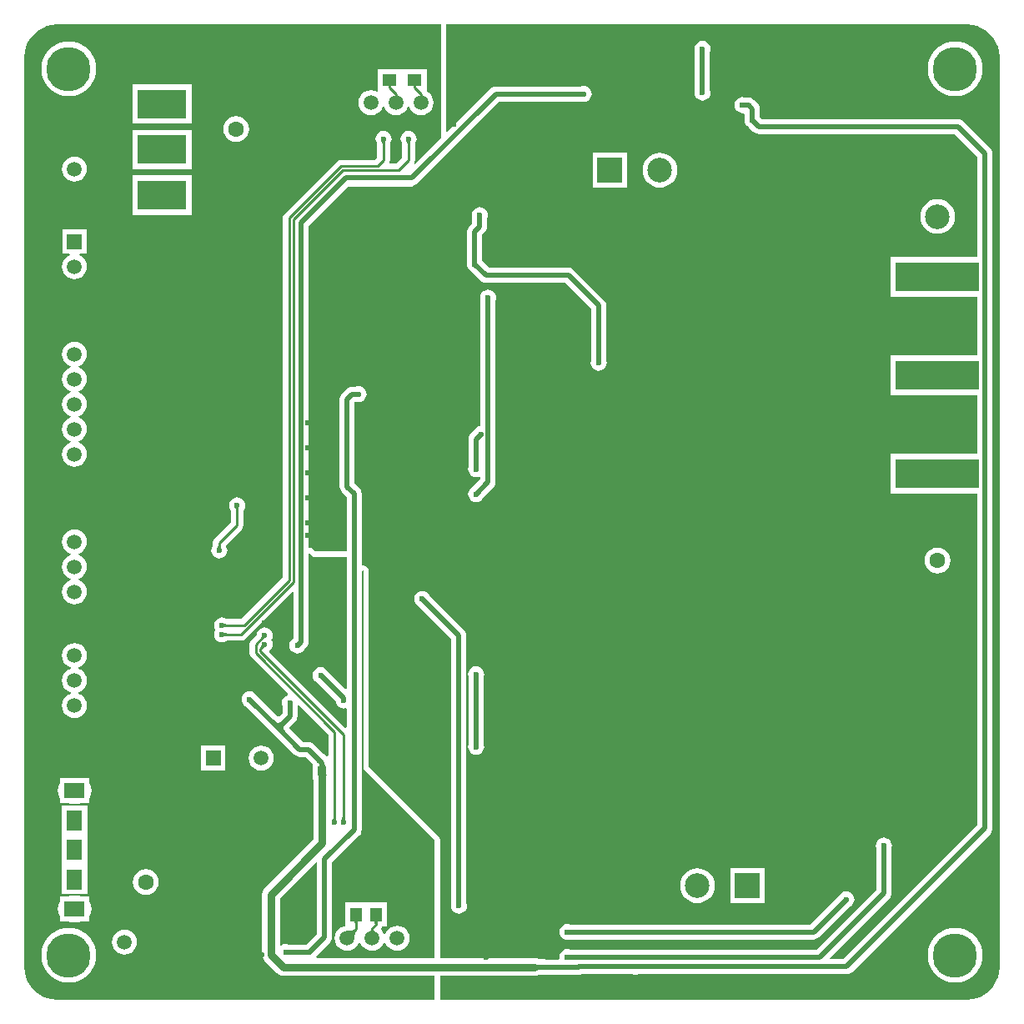
<source format=gbl>
G04*
G04 #@! TF.GenerationSoftware,Altium Limited,Altium Designer,18.1.9 (240)*
G04*
G04 Layer_Physical_Order=2*
G04 Layer_Color=16711680*
%FSLAX25Y25*%
%MOIN*%
G70*
G01*
G75*
%ADD13C,0.01000*%
%ADD19R,0.03700X0.03200*%
%ADD66C,0.02000*%
%ADD71C,0.03000*%
%ADD72C,0.05906*%
%ADD73R,0.05906X0.05906*%
%ADD74R,0.09843X0.09843*%
%ADD75C,0.09843*%
%ADD76R,0.06299X0.07874*%
%ADD77R,0.07874X0.06000*%
%ADD78R,0.05906X0.05906*%
%ADD79C,0.06299*%
%ADD80R,0.05906X0.05906*%
%ADD81C,0.05906*%
%ADD82R,0.33465X0.11811*%
%ADD83R,0.33465X0.11811*%
%ADD84R,0.09843X0.09843*%
%ADD85C,0.17717*%
%ADD86R,0.19685X0.11811*%
%ADD87C,0.02362*%
%ADD88R,0.04724X0.05512*%
%ADD89R,0.05512X0.04724*%
G36*
X156265Y345090D02*
X156209Y345017D01*
X156160Y344938D01*
X156118Y344853D01*
X156082Y344763D01*
X156052Y344666D01*
X156029Y344564D01*
X156013Y344456D01*
X156003Y344341D01*
X156000Y344221D01*
X155000D01*
X154997Y344341D01*
X154987Y344456D01*
X154971Y344564D01*
X154948Y344666D01*
X154918Y344763D01*
X154882Y344853D01*
X154840Y344938D01*
X154791Y345017D01*
X154735Y345090D01*
X154673Y345157D01*
X156327D01*
X156265Y345090D01*
D02*
G37*
G36*
X146265D02*
X146209Y345017D01*
X146160Y344938D01*
X146118Y344853D01*
X146082Y344763D01*
X146052Y344666D01*
X146029Y344564D01*
X146013Y344456D01*
X146003Y344341D01*
X146000Y344221D01*
X145000D01*
X144997Y344341D01*
X144987Y344456D01*
X144971Y344564D01*
X144948Y344666D01*
X144918Y344763D01*
X144882Y344853D01*
X144840Y344938D01*
X144791Y345017D01*
X144735Y345090D01*
X144673Y345157D01*
X146327D01*
X146265Y345090D01*
D02*
G37*
G36*
X15000Y391738D02*
X168500D01*
Y346379D01*
X158076Y335955D01*
X157687Y336274D01*
X157855Y336525D01*
X158049Y337500D01*
Y344096D01*
X158279Y344396D01*
X158599Y345170D01*
X158709Y346000D01*
X158599Y346830D01*
X158279Y347604D01*
X157769Y348269D01*
X157104Y348779D01*
X156330Y349099D01*
X155500Y349209D01*
X154670Y349099D01*
X153896Y348779D01*
X153231Y348269D01*
X152721Y347604D01*
X152401Y346830D01*
X152292Y346000D01*
X152401Y345170D01*
X152721Y344396D01*
X152951Y344096D01*
Y338556D01*
X150444Y336049D01*
X148112D01*
X147855Y336461D01*
X147860Y336549D01*
X148049Y337500D01*
Y344096D01*
X148279Y344396D01*
X148599Y345170D01*
X148708Y346000D01*
X148599Y346830D01*
X148279Y347604D01*
X147769Y348269D01*
X147104Y348779D01*
X146330Y349099D01*
X145500Y349209D01*
X144670Y349099D01*
X143896Y348779D01*
X143231Y348269D01*
X142721Y347604D01*
X142401Y346830D01*
X142291Y346000D01*
X142401Y345170D01*
X142721Y344396D01*
X142951Y344096D01*
Y338556D01*
X142044Y337649D01*
X128600D01*
X127624Y337455D01*
X126798Y336902D01*
X106098Y316202D01*
X105545Y315375D01*
X105351Y314400D01*
Y170738D01*
X88662Y154049D01*
X82904D01*
X82604Y154279D01*
X81830Y154599D01*
X81000Y154709D01*
X80170Y154599D01*
X79396Y154279D01*
X78731Y153769D01*
X78221Y153104D01*
X77901Y152330D01*
X77791Y151500D01*
X77901Y150670D01*
X78221Y149896D01*
X78329Y149756D01*
X78182Y149565D01*
X77861Y148791D01*
X77752Y147961D01*
X77861Y147130D01*
X78182Y146356D01*
X78692Y145692D01*
X79356Y145182D01*
X80130Y144861D01*
X80961Y144752D01*
X81791Y144861D01*
X82565Y145182D01*
X82864Y145412D01*
X88442D01*
X89417Y145606D01*
X90244Y146158D01*
X109012Y164926D01*
X109474Y164735D01*
Y146266D01*
X108826Y145769D01*
X108316Y145104D01*
X107995Y144330D01*
X107886Y143500D01*
X107995Y142670D01*
X108316Y141896D01*
X108826Y141231D01*
X109490Y140721D01*
X110264Y140401D01*
X111094Y140292D01*
X111925Y140401D01*
X112699Y140721D01*
X113363Y141231D01*
X113873Y141896D01*
X113946Y142073D01*
X114640Y142766D01*
X114640Y142766D01*
X115120Y143393D01*
X115423Y144122D01*
X115526Y144905D01*
X115526Y144906D01*
Y180321D01*
X115988Y180512D01*
X117500Y179000D01*
X130724D01*
X130724Y126239D01*
X130262Y126048D01*
X123257Y133053D01*
X123183Y133230D01*
X122673Y133895D01*
X122009Y134405D01*
X121235Y134725D01*
X120405Y134834D01*
X119574Y134725D01*
X118800Y134405D01*
X118136Y133895D01*
X117626Y133230D01*
X117305Y132456D01*
X117196Y131626D01*
X117305Y130796D01*
X117626Y130022D01*
X118136Y129357D01*
X118800Y128847D01*
X118977Y128774D01*
X126413Y121338D01*
X126501Y120670D01*
X126821Y119896D01*
X127331Y119231D01*
X127996Y118721D01*
X128770Y118401D01*
X129600Y118291D01*
X130224Y118374D01*
X130724Y118037D01*
Y110797D01*
X130262Y110606D01*
X99981Y140886D01*
X100025Y141550D01*
X100292Y141755D01*
X100802Y142419D01*
X101123Y143193D01*
X101232Y144024D01*
X101123Y144854D01*
X100802Y145628D01*
X100688Y145777D01*
X100779Y145896D01*
X101099Y146670D01*
X101209Y147500D01*
X101099Y148330D01*
X100779Y149104D01*
X100269Y149769D01*
X99604Y150279D01*
X98830Y150599D01*
X98000Y150708D01*
X97170Y150599D01*
X96396Y150279D01*
X95731Y149769D01*
X95221Y149104D01*
X94901Y148330D01*
X94851Y147956D01*
X92698Y145802D01*
X92145Y144975D01*
X91951Y144000D01*
Y140500D01*
X92145Y139524D01*
X92698Y138698D01*
X107295Y124100D01*
X107107Y123581D01*
X106472Y123318D01*
X105807Y122808D01*
X105297Y122143D01*
X104977Y121370D01*
X104868Y120539D01*
X104977Y119709D01*
X105050Y119532D01*
Y116424D01*
X103723Y115097D01*
X103088D01*
X94757Y123427D01*
X94684Y123604D01*
X94174Y124269D01*
X93510Y124779D01*
X92736Y125099D01*
X91905Y125208D01*
X91075Y125099D01*
X90301Y124779D01*
X89637Y124269D01*
X89127Y123604D01*
X88806Y122830D01*
X88697Y122000D01*
X88806Y121170D01*
X89127Y120396D01*
X89637Y119731D01*
X90301Y119221D01*
X90478Y119148D01*
X101266Y108360D01*
X101266Y108360D01*
X109766Y99860D01*
X109766Y99860D01*
X110393Y99379D01*
X111122Y99077D01*
X111906Y98974D01*
X111906Y98974D01*
X114247D01*
X117148Y96073D01*
X117150Y96068D01*
Y92105D01*
X117125Y92002D01*
X117132Y91957D01*
X117123Y91912D01*
X117150Y91775D01*
Y89900D01*
X117428D01*
X117458Y89414D01*
X117461Y88900D01*
X117470Y88856D01*
Y65962D01*
X98004Y46496D01*
X97443Y45765D01*
X97090Y44914D01*
X96970Y44000D01*
Y20000D01*
X97090Y19086D01*
X97443Y18235D01*
X98004Y17504D01*
X103004Y12504D01*
X103735Y11943D01*
X104586Y11590D01*
X105500Y11470D01*
X166000D01*
Y1963D01*
X15000D01*
X14899Y1942D01*
X12956Y2095D01*
X10962Y2574D01*
X9068Y3359D01*
X7320Y4430D01*
X5761Y5761D01*
X4430Y7320D01*
X3359Y9068D01*
X2574Y10962D01*
X2095Y12956D01*
X1942Y14899D01*
X1963Y15000D01*
Y378701D01*
X1942Y378802D01*
X2095Y380745D01*
X2574Y382738D01*
X3359Y384632D01*
X4430Y386381D01*
X5761Y387940D01*
X7320Y389271D01*
X9068Y390342D01*
X10962Y391127D01*
X12956Y391605D01*
X14899Y391758D01*
X15000Y391738D01*
D02*
G37*
G36*
X81911Y152265D02*
X81983Y152209D01*
X82062Y152160D01*
X82147Y152118D01*
X82237Y152082D01*
X82334Y152052D01*
X82436Y152029D01*
X82544Y152013D01*
X82659Y152003D01*
X82779Y152000D01*
Y151000D01*
X82659Y150997D01*
X82544Y150987D01*
X82436Y150971D01*
X82334Y150948D01*
X82237Y150918D01*
X82147Y150882D01*
X82062Y150840D01*
X81983Y150791D01*
X81911Y150735D01*
X81844Y150673D01*
Y152327D01*
X81911Y152265D01*
D02*
G37*
G36*
X81871Y148725D02*
X81944Y148670D01*
X82023Y148621D01*
X82108Y148578D01*
X82198Y148542D01*
X82294Y148513D01*
X82397Y148490D01*
X82505Y148474D01*
X82619Y148464D01*
X82739Y148461D01*
Y147461D01*
X82619Y147457D01*
X82505Y147448D01*
X82397Y147431D01*
X82294Y147408D01*
X82198Y147379D01*
X82108Y147343D01*
X82023Y147301D01*
X81944Y147251D01*
X81871Y147196D01*
X81804Y147134D01*
Y148787D01*
X81871Y148725D01*
D02*
G37*
G36*
X97988Y146319D02*
X97897Y146316D01*
X97806Y146303D01*
X97716Y146282D01*
X97626Y146252D01*
X97536Y146214D01*
X97447Y146166D01*
X97359Y146110D01*
X97271Y146045D01*
X97183Y145971D01*
X97096Y145889D01*
X96389Y146596D01*
X96471Y146683D01*
X96545Y146771D01*
X96610Y146859D01*
X96666Y146947D01*
X96714Y147036D01*
X96752Y147126D01*
X96782Y147216D01*
X96803Y147306D01*
X96816Y147397D01*
X96819Y147488D01*
X97988Y146319D01*
D02*
G37*
G36*
X98012Y142843D02*
X97921Y142839D01*
X97830Y142827D01*
X97739Y142806D01*
X97649Y142776D01*
X97560Y142737D01*
X97471Y142690D01*
X97382Y142634D01*
X97294Y142569D01*
X97207Y142495D01*
X97119Y142412D01*
X96412Y143119D01*
X96495Y143207D01*
X96569Y143294D01*
X96634Y143382D01*
X96690Y143471D01*
X96737Y143560D01*
X96776Y143649D01*
X96806Y143739D01*
X96827Y143830D01*
X96839Y143921D01*
X96843Y144012D01*
X98012Y142843D01*
D02*
G37*
G36*
X106234Y111914D02*
X105979Y111631D01*
X105781Y111348D01*
X105640Y111066D01*
X105555Y110783D01*
X105527Y110500D01*
X105555Y110217D01*
X105640Y109934D01*
X105781Y109652D01*
X105979Y109369D01*
X106234Y109086D01*
X102698Y109793D01*
X101991Y113328D01*
X102274Y113074D01*
X102557Y112876D01*
X102840Y112734D01*
X103123Y112650D01*
X103405Y112621D01*
X103688Y112650D01*
X103971Y112734D01*
X104254Y112876D01*
X104537Y113074D01*
X104820Y113328D01*
X106234Y111914D01*
D02*
G37*
G36*
X123451Y107944D02*
Y99449D01*
X122951Y99064D01*
X122779Y99104D01*
X122269Y99769D01*
X121604Y100279D01*
X121427Y100352D01*
X117640Y104140D01*
X117013Y104621D01*
X116283Y104923D01*
X115500Y105026D01*
X113159D01*
X107771Y110413D01*
X107750Y110450D01*
X107705Y110500D01*
X107750Y110550D01*
X107771Y110587D01*
X110216Y113031D01*
X110697Y113658D01*
X110999Y114387D01*
X111102Y115171D01*
Y119532D01*
X111118Y119570D01*
X111637Y119758D01*
X123451Y107944D01*
D02*
G37*
G36*
X122004Y96232D02*
X122037Y95780D01*
X122066Y95596D01*
X122103Y95441D01*
X122148Y95314D01*
X122202Y95215D01*
X122264Y95144D01*
X122334Y95102D01*
X122412Y95088D01*
X122068D01*
X122092Y94706D01*
X122121Y94577D01*
X122153Y94480D01*
X122189Y94415D01*
X119811D01*
X119847Y94480D01*
X119879Y94577D01*
X119908Y94706D01*
X119932Y94866D01*
X119952Y95088D01*
X119588D01*
X119666Y95102D01*
X119736Y95144D01*
X119798Y95215D01*
X119852Y95314D01*
X119897Y95441D01*
X119934Y95596D01*
X119963Y95780D01*
X119983Y95992D01*
X120000Y96500D01*
X122000D01*
X122004Y96232D01*
D02*
G37*
G36*
X122774Y91882D02*
X122716Y91792D01*
X122666Y91642D01*
X122622Y91432D01*
X122584Y91162D01*
X122530Y90442D01*
X122500Y88912D01*
X119500D01*
X119497Y89482D01*
X119378Y91432D01*
X119334Y91642D01*
X119284Y91792D01*
X119226Y91882D01*
X119162Y91912D01*
X122838D01*
X122774Y91882D01*
D02*
G37*
G36*
X130003Y74659D02*
X130013Y74545D01*
X130029Y74436D01*
X130052Y74334D01*
X130082Y74237D01*
X130118Y74147D01*
X130160Y74062D01*
X130209Y73983D01*
X130265Y73910D01*
X130327Y73843D01*
X128673D01*
X128735Y73910D01*
X128791Y73983D01*
X128840Y74062D01*
X128882Y74147D01*
X128918Y74237D01*
X128948Y74334D01*
X128971Y74436D01*
X128987Y74545D01*
X128997Y74659D01*
X129000Y74779D01*
X130000D01*
X130003Y74659D01*
D02*
G37*
G36*
X126503D02*
X126513Y74545D01*
X126529Y74436D01*
X126552Y74334D01*
X126582Y74237D01*
X126618Y74147D01*
X126660Y74062D01*
X126709Y73983D01*
X126765Y73910D01*
X126827Y73843D01*
X125173D01*
X125235Y73910D01*
X125291Y73983D01*
X125340Y74062D01*
X125382Y74147D01*
X125418Y74237D01*
X125448Y74334D01*
X125471Y74436D01*
X125487Y74545D01*
X125497Y74659D01*
X125500Y74779D01*
X126500D01*
X126503Y74659D01*
D02*
G37*
G36*
X118974Y56828D02*
Y28253D01*
X114747Y24026D01*
X107508D01*
X107330Y24099D01*
X106500Y24208D01*
X105670Y24099D01*
X104896Y23779D01*
X104530Y23498D01*
X104030Y23745D01*
Y42538D01*
X118512Y57020D01*
X118974Y56828D01*
D02*
G37*
G36*
X137500Y173371D02*
Y94329D01*
X166000Y65829D01*
Y18530D01*
X118745D01*
X118498Y19030D01*
X118779Y19396D01*
X118852Y19573D01*
X124140Y24860D01*
X124620Y25487D01*
X124923Y26217D01*
X125026Y27000D01*
Y56818D01*
X135889Y67682D01*
X136370Y68309D01*
X136673Y69038D01*
X136776Y69821D01*
X136776Y69822D01*
X136776Y173302D01*
X137276Y173546D01*
X137500Y173371D01*
D02*
G37*
G36*
X207102Y16050D02*
X207202Y16039D01*
X207579Y16022D01*
X210118Y16000D01*
Y14000D01*
X207060Y13939D01*
Y16061D01*
X207102Y16050D01*
D02*
G37*
G36*
X380745Y391605D02*
X382738Y391127D01*
X384632Y390342D01*
X386381Y389271D01*
X387940Y387940D01*
X389271Y386381D01*
X390342Y384632D01*
X391127Y382738D01*
X391605Y380745D01*
X391758Y378802D01*
X391738Y378701D01*
Y15000D01*
X391758Y14899D01*
X391605Y12956D01*
X391127Y10962D01*
X390342Y9068D01*
X389271Y7320D01*
X387940Y5761D01*
X386381Y4430D01*
X384632Y3359D01*
X382738Y2574D01*
X380745Y2095D01*
X378802Y1942D01*
X378701Y1963D01*
X168039D01*
Y11470D01*
X206000D01*
X206914Y11590D01*
X207690Y11912D01*
X210159Y11961D01*
X210217Y11974D01*
X222292D01*
X222470Y11901D01*
X223300Y11791D01*
X224130Y11901D01*
X224549Y12074D01*
X245093D01*
X245270Y12001D01*
X246100Y11891D01*
X246930Y12001D01*
X247108Y12074D01*
X330600D01*
X331383Y12177D01*
X332113Y12479D01*
X332740Y12960D01*
X388140Y68360D01*
X388140Y68360D01*
X388620Y68987D01*
X388923Y69717D01*
X389026Y70500D01*
X389026Y70500D01*
X389026Y340200D01*
X389026Y340200D01*
X388923Y340983D01*
X388620Y341713D01*
X388140Y342340D01*
X388140Y342340D01*
X377340Y353140D01*
X376713Y353621D01*
X375983Y353923D01*
X375200Y354026D01*
X296753D01*
X296026Y354753D01*
Y358000D01*
X295923Y358783D01*
X295620Y359513D01*
X295140Y360140D01*
X293640Y361640D01*
X293013Y362121D01*
X292283Y362423D01*
X291500Y362526D01*
X290007D01*
X289830Y362599D01*
X289000Y362709D01*
X288170Y362599D01*
X287396Y362279D01*
X286731Y361769D01*
X286221Y361104D01*
X285901Y360330D01*
X285791Y359500D01*
X285901Y358670D01*
X286221Y357896D01*
X286731Y357231D01*
X287396Y356721D01*
X288170Y356401D01*
X289000Y356291D01*
X289474Y356354D01*
X289974Y355950D01*
Y354507D01*
X289901Y354330D01*
X289791Y353500D01*
X289901Y352670D01*
X290221Y351896D01*
X290731Y351231D01*
X291396Y350721D01*
X291573Y350648D01*
X293360Y348860D01*
X293360Y348860D01*
X293987Y348379D01*
X294717Y348077D01*
X295500Y347974D01*
X373947D01*
X382974Y338947D01*
Y298776D01*
X348268D01*
Y282965D01*
X382974D01*
Y259405D01*
X348268D01*
Y243595D01*
X382974D01*
Y220035D01*
X348268D01*
Y204224D01*
X382974D01*
Y71753D01*
X329347Y18126D01*
X324058D01*
X323867Y18588D01*
X347640Y42360D01*
X347640Y42360D01*
X348120Y42987D01*
X348423Y43717D01*
X348526Y44500D01*
X348526Y44500D01*
Y62493D01*
X348599Y62670D01*
X348709Y63500D01*
X348599Y64330D01*
X348279Y65104D01*
X347769Y65769D01*
X347104Y66279D01*
X346330Y66599D01*
X345500Y66709D01*
X344670Y66599D01*
X343896Y66279D01*
X343231Y65769D01*
X342721Y65104D01*
X342401Y64330D01*
X342291Y63500D01*
X342401Y62670D01*
X342474Y62493D01*
Y45753D01*
X318747Y22026D01*
X220007D01*
X219830Y22099D01*
X219000Y22208D01*
X218170Y22099D01*
X217396Y21779D01*
X216731Y21269D01*
X216221Y20604D01*
X215901Y19830D01*
X215791Y19000D01*
X215854Y18526D01*
X215450Y18026D01*
X210199D01*
X210136Y18039D01*
X207759Y18060D01*
X206914Y18410D01*
X206000Y18530D01*
X168039D01*
Y65829D01*
X168039Y65829D01*
X167884Y66610D01*
X167442Y67271D01*
X139539Y95174D01*
Y173371D01*
X139515Y173495D01*
X139524Y173620D01*
X139438Y173882D01*
X139384Y174152D01*
X139314Y174256D01*
X139275Y174376D01*
X139095Y174584D01*
X138942Y174813D01*
X138837Y174883D01*
X138755Y174978D01*
X138531Y175154D01*
X138230Y175305D01*
X137939Y175475D01*
X137877Y175483D01*
X137820Y175512D01*
X137485Y175536D01*
X137151Y175582D01*
X136776Y175907D01*
Y204250D01*
X136673Y205033D01*
X136370Y205763D01*
X135889Y206390D01*
X134026Y208253D01*
Y240747D01*
X134253Y240974D01*
X134493D01*
X134670Y240901D01*
X135500Y240791D01*
X136330Y240901D01*
X137104Y241221D01*
X137769Y241731D01*
X138279Y242396D01*
X138599Y243170D01*
X138708Y244000D01*
X138599Y244830D01*
X138279Y245604D01*
X137769Y246269D01*
X137104Y246779D01*
X136330Y247099D01*
X135500Y247209D01*
X134670Y247099D01*
X134493Y247026D01*
X133000D01*
X133000Y247026D01*
X132217Y246923D01*
X131487Y246620D01*
X130860Y246140D01*
X128860Y244140D01*
X128379Y243513D01*
X128077Y242783D01*
X127974Y242000D01*
Y207000D01*
X128077Y206217D01*
X128379Y205487D01*
X128860Y204860D01*
X130724Y202997D01*
Y181121D01*
X118263D01*
X117430Y181954D01*
X116768Y182396D01*
X115988Y182551D01*
X115547Y182913D01*
X115526Y182969D01*
X115526Y311247D01*
X131279Y327000D01*
X157000D01*
X157561Y327561D01*
X157683Y327577D01*
X158413Y327880D01*
X159040Y328360D01*
X191653Y360974D01*
X224493D01*
X224670Y360901D01*
X225500Y360791D01*
X226330Y360901D01*
X227104Y361221D01*
X227769Y361731D01*
X228279Y362396D01*
X228599Y363170D01*
X228709Y364000D01*
X228599Y364830D01*
X228279Y365604D01*
X227769Y366269D01*
X227104Y366779D01*
X226330Y367099D01*
X225500Y367209D01*
X224670Y367099D01*
X224493Y367026D01*
X190400D01*
X189617Y366923D01*
X188887Y366620D01*
X188260Y366140D01*
X188260Y366140D01*
X171001Y348880D01*
X170539Y349072D01*
Y391738D01*
X378701D01*
X378802Y391758D01*
X380745Y391605D01*
D02*
G37*
%LPC*%
G36*
X153244Y373819D02*
X152756D01*
X152744Y373819D01*
X143244D01*
Y365538D01*
X143244Y365238D01*
X143238Y365228D01*
X142893Y364951D01*
X142443Y365056D01*
X141793Y365325D01*
X140500Y365495D01*
X139207Y365325D01*
X138002Y364826D01*
X136968Y364032D01*
X136174Y362998D01*
X135675Y361793D01*
X135504Y360500D01*
X135675Y359207D01*
X136174Y358002D01*
X136968Y356968D01*
X138002Y356174D01*
X139207Y355675D01*
X140500Y355504D01*
X141793Y355675D01*
X142998Y356174D01*
X144032Y356968D01*
X144826Y358002D01*
X145229Y358976D01*
X145771D01*
X146174Y358002D01*
X146968Y356968D01*
X148002Y356174D01*
X149207Y355675D01*
X150500Y355504D01*
X151793Y355675D01*
X152998Y356174D01*
X154032Y356968D01*
X154826Y358002D01*
X155229Y358976D01*
X155771D01*
X156174Y358002D01*
X156968Y356968D01*
X158002Y356174D01*
X159207Y355675D01*
X160500Y355504D01*
X161793Y355675D01*
X162998Y356174D01*
X164032Y356968D01*
X164826Y358002D01*
X165325Y359207D01*
X165496Y360500D01*
X165325Y361793D01*
X164826Y362998D01*
X164032Y364032D01*
X162998Y364826D01*
X162874Y364877D01*
X162855Y364976D01*
X162756Y365124D01*
Y373819D01*
X153256D01*
X153244Y373819D01*
D02*
G37*
G36*
X19685Y384908D02*
X17981Y384773D01*
X16319Y384375D01*
X14740Y383720D01*
X13283Y382827D01*
X11983Y381717D01*
X10873Y380418D01*
X9980Y378961D01*
X9326Y377382D01*
X8927Y375720D01*
X8793Y374016D01*
X8927Y372312D01*
X9326Y370650D01*
X9980Y369071D01*
X10873Y367614D01*
X11983Y366314D01*
X13283Y365204D01*
X14740Y364311D01*
X16319Y363657D01*
X17981Y363258D01*
X19685Y363124D01*
X21389Y363258D01*
X23051Y363657D01*
X24630Y364311D01*
X26087Y365204D01*
X27387Y366314D01*
X28497Y367614D01*
X29390Y369071D01*
X30044Y370650D01*
X30443Y372312D01*
X30577Y374016D01*
X30443Y375720D01*
X30044Y377382D01*
X29390Y378961D01*
X28497Y380418D01*
X27387Y381717D01*
X26087Y382827D01*
X24630Y383720D01*
X23051Y384375D01*
X21389Y384773D01*
X19685Y384908D01*
D02*
G37*
G36*
X68843Y367905D02*
X45158D01*
Y352095D01*
X68843D01*
Y367905D01*
D02*
G37*
G36*
X86600Y355194D02*
X85256Y355017D01*
X84003Y354498D01*
X82927Y353673D01*
X82102Y352597D01*
X81583Y351344D01*
X81406Y350000D01*
X81583Y348656D01*
X82102Y347403D01*
X82927Y346327D01*
X84003Y345502D01*
X85256Y344983D01*
X86600Y344806D01*
X87944Y344983D01*
X89197Y345502D01*
X90273Y346327D01*
X91098Y347403D01*
X91617Y348656D01*
X91794Y350000D01*
X91617Y351344D01*
X91098Y352597D01*
X90273Y353673D01*
X89197Y354498D01*
X87944Y355017D01*
X86600Y355194D01*
D02*
G37*
G36*
X68843Y349605D02*
X45158D01*
Y333794D01*
X68843D01*
Y349605D01*
D02*
G37*
G36*
X22000Y338996D02*
X20707Y338825D01*
X19502Y338326D01*
X18468Y337532D01*
X17674Y336498D01*
X17175Y335293D01*
X17005Y334000D01*
X17175Y332707D01*
X17674Y331502D01*
X18468Y330468D01*
X19502Y329674D01*
X20707Y329175D01*
X22000Y329005D01*
X23293Y329175D01*
X24498Y329674D01*
X25532Y330468D01*
X26326Y331502D01*
X26825Y332707D01*
X26996Y334000D01*
X26825Y335293D01*
X26326Y336498D01*
X25532Y337532D01*
X24498Y338326D01*
X23293Y338825D01*
X22000Y338996D01*
D02*
G37*
G36*
X68843Y331405D02*
X45158D01*
Y315595D01*
X68843D01*
Y331405D01*
D02*
G37*
G36*
X26953Y309953D02*
X17047D01*
Y300047D01*
X19936D01*
X20036Y299547D01*
X19502Y299326D01*
X18468Y298532D01*
X17674Y297498D01*
X17175Y296293D01*
X17005Y295000D01*
X17175Y293707D01*
X17674Y292502D01*
X18468Y291468D01*
X19502Y290674D01*
X20707Y290175D01*
X22000Y290004D01*
X23293Y290175D01*
X24498Y290674D01*
X25532Y291468D01*
X26326Y292502D01*
X26825Y293707D01*
X26996Y295000D01*
X26825Y296293D01*
X26326Y297498D01*
X25532Y298532D01*
X24498Y299326D01*
X23964Y299547D01*
X24064Y300047D01*
X26953D01*
Y309953D01*
D02*
G37*
G36*
X22000Y264996D02*
X20707Y264825D01*
X19502Y264326D01*
X18468Y263532D01*
X17674Y262498D01*
X17175Y261293D01*
X17005Y260000D01*
X17175Y258707D01*
X17674Y257502D01*
X18468Y256468D01*
X19502Y255674D01*
X20476Y255271D01*
Y254729D01*
X19502Y254326D01*
X18468Y253532D01*
X17674Y252498D01*
X17175Y251293D01*
X17005Y250000D01*
X17175Y248707D01*
X17674Y247502D01*
X18468Y246468D01*
X19502Y245674D01*
X20476Y245271D01*
Y244729D01*
X19502Y244326D01*
X18468Y243532D01*
X17674Y242498D01*
X17175Y241293D01*
X17005Y240000D01*
X17175Y238707D01*
X17674Y237502D01*
X18468Y236468D01*
X19502Y235674D01*
X20476Y235271D01*
Y234729D01*
X19502Y234326D01*
X18468Y233532D01*
X17674Y232498D01*
X17175Y231293D01*
X17005Y230000D01*
X17175Y228707D01*
X17674Y227502D01*
X18468Y226468D01*
X19502Y225674D01*
X20476Y225271D01*
Y224729D01*
X19502Y224326D01*
X18468Y223532D01*
X17674Y222498D01*
X17175Y221293D01*
X17005Y220000D01*
X17175Y218707D01*
X17674Y217502D01*
X18468Y216468D01*
X19502Y215674D01*
X20707Y215175D01*
X22000Y215004D01*
X23293Y215175D01*
X24498Y215674D01*
X25532Y216468D01*
X26326Y217502D01*
X26825Y218707D01*
X26996Y220000D01*
X26825Y221293D01*
X26326Y222498D01*
X25532Y223532D01*
X24498Y224326D01*
X23524Y224729D01*
Y225271D01*
X24498Y225674D01*
X25532Y226468D01*
X26326Y227502D01*
X26825Y228707D01*
X26996Y230000D01*
X26825Y231293D01*
X26326Y232498D01*
X25532Y233532D01*
X24498Y234326D01*
X23524Y234729D01*
Y235271D01*
X24498Y235674D01*
X25532Y236468D01*
X26326Y237502D01*
X26825Y238707D01*
X26996Y240000D01*
X26825Y241293D01*
X26326Y242498D01*
X25532Y243532D01*
X24498Y244326D01*
X23524Y244729D01*
Y245271D01*
X24498Y245674D01*
X25532Y246468D01*
X26326Y247502D01*
X26825Y248707D01*
X26996Y250000D01*
X26825Y251293D01*
X26326Y252498D01*
X25532Y253532D01*
X24498Y254326D01*
X23524Y254729D01*
Y255271D01*
X24498Y255674D01*
X25532Y256468D01*
X26326Y257502D01*
X26825Y258707D01*
X26996Y260000D01*
X26825Y261293D01*
X26326Y262498D01*
X25532Y263532D01*
X24498Y264326D01*
X23293Y264825D01*
X22000Y264996D01*
D02*
G37*
G36*
X87000Y202709D02*
X86170Y202599D01*
X85396Y202279D01*
X84731Y201769D01*
X84221Y201104D01*
X83901Y200330D01*
X83791Y199500D01*
X83901Y198670D01*
X84221Y197896D01*
X84451Y197596D01*
Y192650D01*
X78018Y186217D01*
X77465Y185390D01*
X77271Y184415D01*
Y183404D01*
X77042Y183104D01*
X76721Y182330D01*
X76612Y181500D01*
X76721Y180670D01*
X77042Y179896D01*
X77552Y179231D01*
X78216Y178721D01*
X78990Y178401D01*
X79821Y178291D01*
X80651Y178401D01*
X81425Y178721D01*
X82089Y179231D01*
X82599Y179896D01*
X82920Y180670D01*
X83029Y181500D01*
X82920Y182330D01*
X82599Y183104D01*
X82389Y183379D01*
X88802Y189792D01*
X89355Y190619D01*
X89549Y191595D01*
Y197596D01*
X89779Y197896D01*
X90099Y198670D01*
X90209Y199500D01*
X90099Y200330D01*
X89779Y201104D01*
X89269Y201769D01*
X88604Y202279D01*
X87830Y202599D01*
X87000Y202709D01*
D02*
G37*
G36*
X22000Y189996D02*
X20707Y189825D01*
X19502Y189326D01*
X18468Y188532D01*
X17674Y187498D01*
X17175Y186293D01*
X17005Y185000D01*
X17175Y183707D01*
X17674Y182502D01*
X18468Y181468D01*
X19502Y180674D01*
X20476Y180271D01*
Y179729D01*
X19502Y179326D01*
X18468Y178532D01*
X17674Y177498D01*
X17175Y176293D01*
X17005Y175000D01*
X17175Y173707D01*
X17674Y172502D01*
X18468Y171468D01*
X19502Y170674D01*
X20476Y170271D01*
Y169729D01*
X19502Y169326D01*
X18468Y168532D01*
X17674Y167498D01*
X17175Y166293D01*
X17005Y165000D01*
X17175Y163707D01*
X17674Y162502D01*
X18468Y161468D01*
X19502Y160674D01*
X20707Y160175D01*
X22000Y160004D01*
X23293Y160175D01*
X24498Y160674D01*
X25532Y161468D01*
X26326Y162502D01*
X26825Y163707D01*
X26996Y165000D01*
X26825Y166293D01*
X26326Y167498D01*
X25532Y168532D01*
X24498Y169326D01*
X23524Y169729D01*
Y170271D01*
X24498Y170674D01*
X25532Y171468D01*
X26326Y172502D01*
X26825Y173707D01*
X26996Y175000D01*
X26825Y176293D01*
X26326Y177498D01*
X25532Y178532D01*
X24498Y179326D01*
X23524Y179729D01*
Y180271D01*
X24498Y180674D01*
X25532Y181468D01*
X26326Y182502D01*
X26825Y183707D01*
X26996Y185000D01*
X26825Y186293D01*
X26326Y187498D01*
X25532Y188532D01*
X24498Y189326D01*
X23293Y189825D01*
X22000Y189996D01*
D02*
G37*
G36*
Y144495D02*
X20707Y144325D01*
X19502Y143826D01*
X18468Y143032D01*
X17674Y141998D01*
X17175Y140793D01*
X17005Y139500D01*
X17175Y138207D01*
X17674Y137002D01*
X18468Y135968D01*
X19502Y135174D01*
X20476Y134771D01*
Y134229D01*
X19502Y133826D01*
X18468Y133032D01*
X17674Y131998D01*
X17175Y130793D01*
X17005Y129500D01*
X17175Y128207D01*
X17674Y127002D01*
X18468Y125968D01*
X19502Y125174D01*
X20476Y124771D01*
Y124229D01*
X19502Y123826D01*
X18468Y123032D01*
X17674Y121998D01*
X17175Y120793D01*
X17005Y119500D01*
X17175Y118207D01*
X17674Y117002D01*
X18468Y115968D01*
X19502Y115174D01*
X20707Y114675D01*
X22000Y114505D01*
X23293Y114675D01*
X24498Y115174D01*
X25532Y115968D01*
X26326Y117002D01*
X26825Y118207D01*
X26996Y119500D01*
X26825Y120793D01*
X26326Y121998D01*
X25532Y123032D01*
X24498Y123826D01*
X23524Y124229D01*
Y124771D01*
X24498Y125174D01*
X25532Y125968D01*
X26326Y127002D01*
X26825Y128207D01*
X26996Y129500D01*
X26825Y130793D01*
X26326Y131998D01*
X25532Y133032D01*
X24498Y133826D01*
X23524Y134229D01*
Y134771D01*
X24498Y135174D01*
X25532Y135968D01*
X26326Y137002D01*
X26825Y138207D01*
X26996Y139500D01*
X26825Y140793D01*
X26326Y141998D01*
X25532Y143032D01*
X24498Y143826D01*
X23293Y144325D01*
X22000Y144495D01*
D02*
G37*
G36*
X82353Y103453D02*
X72447D01*
Y93547D01*
X82353D01*
Y103453D01*
D02*
G37*
G36*
X96600Y103496D02*
X95307Y103325D01*
X94102Y102826D01*
X93068Y102032D01*
X92274Y100998D01*
X91775Y99793D01*
X91605Y98500D01*
X91775Y97207D01*
X92274Y96002D01*
X93068Y94968D01*
X94102Y94174D01*
X95307Y93675D01*
X96600Y93505D01*
X97893Y93675D01*
X99098Y94174D01*
X100132Y94968D01*
X100926Y96002D01*
X101425Y97207D01*
X101595Y98500D01*
X101425Y99793D01*
X100926Y100998D01*
X100132Y102032D01*
X99098Y102826D01*
X97893Y103325D01*
X96600Y103496D01*
D02*
G37*
G36*
X23575Y90627D02*
X20425D01*
X19081Y90450D01*
X19040Y90433D01*
X16063D01*
Y88207D01*
X15927Y88030D01*
X15408Y86777D01*
X15231Y85433D01*
X15408Y84089D01*
X15927Y82836D01*
X16063Y82659D01*
Y80433D01*
X19040D01*
X19081Y80416D01*
X20425Y80239D01*
X23575D01*
X24919Y80416D01*
X24960Y80433D01*
X27937D01*
Y82659D01*
X28073Y82836D01*
X28592Y84089D01*
X28769Y85433D01*
X28592Y86777D01*
X28073Y88030D01*
X27937Y88207D01*
Y90433D01*
X24960D01*
X24919Y90450D01*
X23575Y90627D01*
D02*
G37*
G36*
X27150Y79559D02*
X16850D01*
Y67685D01*
Y55874D01*
Y44063D01*
X27150D01*
Y55874D01*
Y67685D01*
Y79559D01*
D02*
G37*
G36*
X50500Y54194D02*
X49156Y54017D01*
X47903Y53498D01*
X46827Y52673D01*
X46002Y51597D01*
X45483Y50344D01*
X45306Y49000D01*
X45483Y47656D01*
X46002Y46403D01*
X46827Y45327D01*
X47903Y44502D01*
X49156Y43983D01*
X50500Y43806D01*
X51844Y43983D01*
X53097Y44502D01*
X54173Y45327D01*
X54998Y46403D01*
X55517Y47656D01*
X55694Y49000D01*
X55517Y50344D01*
X54998Y51597D01*
X54173Y52673D01*
X53097Y53498D01*
X51844Y54017D01*
X50500Y54194D01*
D02*
G37*
G36*
X23575Y43383D02*
X20425D01*
X19081Y43206D01*
X19040Y43189D01*
X16063D01*
Y40963D01*
X15927Y40786D01*
X15408Y39533D01*
X15231Y38189D01*
X15408Y36845D01*
X15927Y35592D01*
X16063Y35415D01*
Y33189D01*
X19040D01*
X19081Y33172D01*
X20425Y32995D01*
X23575D01*
X24919Y33172D01*
X24960Y33189D01*
X27937D01*
Y35415D01*
X28073Y35592D01*
X28592Y36845D01*
X28769Y38189D01*
X28592Y39533D01*
X28073Y40786D01*
X27937Y40963D01*
Y43189D01*
X24960D01*
X24919Y43206D01*
X23575Y43383D01*
D02*
G37*
G36*
X42000Y29996D02*
X40707Y29825D01*
X39502Y29326D01*
X38468Y28532D01*
X37674Y27498D01*
X37175Y26293D01*
X37005Y25000D01*
X37175Y23707D01*
X37674Y22502D01*
X38468Y21468D01*
X39502Y20674D01*
X40707Y20175D01*
X42000Y20005D01*
X43293Y20175D01*
X44498Y20674D01*
X45532Y21468D01*
X46326Y22502D01*
X46825Y23707D01*
X46995Y25000D01*
X46825Y26293D01*
X46326Y27498D01*
X45532Y28532D01*
X44498Y29326D01*
X43293Y29825D01*
X42000Y29996D01*
D02*
G37*
G36*
X19685Y30577D02*
X17981Y30443D01*
X16319Y30044D01*
X14740Y29390D01*
X13283Y28497D01*
X11983Y27387D01*
X10873Y26087D01*
X9980Y24630D01*
X9326Y23051D01*
X8927Y21389D01*
X8793Y19685D01*
X8927Y17981D01*
X9326Y16319D01*
X9980Y14740D01*
X10873Y13283D01*
X11983Y11983D01*
X13283Y10873D01*
X14740Y9980D01*
X16319Y9326D01*
X17981Y8927D01*
X19685Y8793D01*
X21389Y8927D01*
X23051Y9326D01*
X24630Y9980D01*
X26087Y10873D01*
X27387Y11983D01*
X28497Y13283D01*
X29390Y14740D01*
X30044Y16319D01*
X30443Y17981D01*
X30577Y19685D01*
X30443Y21389D01*
X30044Y23051D01*
X29390Y24630D01*
X28497Y26087D01*
X27387Y27387D01*
X26087Y28497D01*
X24630Y29390D01*
X23051Y30044D01*
X21389Y30443D01*
X19685Y30577D01*
D02*
G37*
%LPD*%
G36*
X158586Y367112D02*
X158568Y367094D01*
X158552Y367063D01*
X158538Y367020D01*
X158527Y366964D01*
X158517Y366896D01*
X158504Y366723D01*
X158500Y366500D01*
X157500D01*
X157499Y366617D01*
X157473Y366964D01*
X157462Y367020D01*
X157448Y367063D01*
X157432Y367094D01*
X157414Y367112D01*
X157394Y367119D01*
X158607D01*
X158586Y367112D01*
D02*
G37*
G36*
X148586D02*
X148568Y367094D01*
X148552Y367063D01*
X148538Y367020D01*
X148527Y366964D01*
X148517Y366896D01*
X148504Y366723D01*
X148500Y366500D01*
X147500D01*
X147499Y366617D01*
X147473Y366964D01*
X147462Y367020D01*
X147448Y367063D01*
X147432Y367094D01*
X147414Y367112D01*
X147394Y367119D01*
X148607D01*
X148586Y367112D01*
D02*
G37*
G36*
X161001Y363888D02*
X161022Y363620D01*
X161035Y363552D01*
X161050Y363496D01*
X161068Y363451D01*
X161089Y363417D01*
X161112Y363395D01*
X161138Y363383D01*
X159862D01*
X159888Y363395D01*
X159911Y363417D01*
X159932Y363451D01*
X159950Y363496D01*
X159965Y363552D01*
X159978Y363620D01*
X159987Y363698D01*
X159999Y363888D01*
X160000Y364000D01*
X161000D01*
X161001Y363888D01*
D02*
G37*
G36*
X151001D02*
X151022Y363620D01*
X151035Y363552D01*
X151050Y363496D01*
X151068Y363451D01*
X151089Y363417D01*
X151112Y363395D01*
X151138Y363383D01*
X149862D01*
X149888Y363395D01*
X149911Y363417D01*
X149932Y363451D01*
X149950Y363496D01*
X149965Y363552D01*
X149978Y363620D01*
X149987Y363698D01*
X149999Y363888D01*
X150000Y364000D01*
X151000D01*
X151001Y363888D01*
D02*
G37*
G36*
X87765Y198590D02*
X87709Y198517D01*
X87660Y198438D01*
X87618Y198353D01*
X87582Y198263D01*
X87552Y198166D01*
X87529Y198064D01*
X87513Y197956D01*
X87503Y197841D01*
X87500Y197721D01*
X86500D01*
X86497Y197841D01*
X86487Y197956D01*
X86471Y198064D01*
X86448Y198166D01*
X86418Y198263D01*
X86382Y198353D01*
X86340Y198438D01*
X86291Y198517D01*
X86235Y198590D01*
X86173Y198656D01*
X87827D01*
X87765Y198590D01*
D02*
G37*
G36*
X80324Y183159D02*
X80334Y183045D01*
X80350Y182936D01*
X80373Y182834D01*
X80402Y182737D01*
X80438Y182647D01*
X80481Y182562D01*
X80530Y182483D01*
X80585Y182411D01*
X80647Y182343D01*
X78994D01*
X79056Y182411D01*
X79111Y182483D01*
X79160Y182562D01*
X79203Y182647D01*
X79239Y182737D01*
X79268Y182834D01*
X79291Y182936D01*
X79307Y183045D01*
X79317Y183159D01*
X79321Y183279D01*
X80321D01*
X80324Y183159D01*
D02*
G37*
%LPC*%
G36*
X146819Y40756D02*
X138094D01*
Y40756D01*
X130181D01*
Y31388D01*
X129707Y31325D01*
X128502Y30826D01*
X127468Y30032D01*
X126674Y28998D01*
X126175Y27793D01*
X126005Y26500D01*
X126175Y25207D01*
X126674Y24002D01*
X127468Y22968D01*
X128502Y22174D01*
X129707Y21675D01*
X131000Y21505D01*
X132293Y21675D01*
X133498Y22174D01*
X134532Y22968D01*
X135326Y24002D01*
X135729Y24976D01*
X136271D01*
X136674Y24002D01*
X137468Y22968D01*
X138502Y22174D01*
X139707Y21675D01*
X141000Y21505D01*
X142293Y21675D01*
X143498Y22174D01*
X144532Y22968D01*
X145326Y24002D01*
X145729Y24976D01*
X146271D01*
X146674Y24002D01*
X147468Y22968D01*
X148502Y22174D01*
X149707Y21675D01*
X151000Y21505D01*
X152293Y21675D01*
X153498Y22174D01*
X154532Y22968D01*
X155326Y24002D01*
X155825Y25207D01*
X155996Y26500D01*
X155825Y27793D01*
X155326Y28998D01*
X154532Y30032D01*
X153498Y30826D01*
X152293Y31325D01*
X151000Y31495D01*
X149707Y31325D01*
X148502Y30826D01*
X147468Y30032D01*
X146674Y28998D01*
X146271Y28024D01*
X145729D01*
X145326Y28998D01*
X144532Y30032D01*
X144279Y30227D01*
X144812Y31025D01*
X144855Y31244D01*
X146819D01*
Y40756D01*
D02*
G37*
%LPD*%
G36*
X143362Y33258D02*
X143277Y33228D01*
X143202Y33177D01*
X143137Y33106D01*
X143082Y33015D01*
X143037Y32904D01*
X143002Y32772D01*
X142977Y32620D01*
X142962Y32448D01*
X142957Y32256D01*
X141957D01*
X141952Y32448D01*
X141937Y32620D01*
X141912Y32772D01*
X141877Y32904D01*
X141832Y33015D01*
X141777Y33106D01*
X141712Y33177D01*
X141637Y33228D01*
X141552Y33258D01*
X141457Y33268D01*
X143457D01*
X143362Y33258D01*
D02*
G37*
G36*
X135448Y33258D02*
X135363Y33228D01*
X135288Y33177D01*
X135223Y33106D01*
X135168Y33015D01*
X135123Y32904D01*
X135088Y32772D01*
X135063Y32620D01*
X135048Y32448D01*
X135043Y32256D01*
X134043D01*
X134038Y32448D01*
X134023Y32620D01*
X133998Y32772D01*
X133963Y32904D01*
X133918Y33015D01*
X133863Y33106D01*
X133798Y33177D01*
X133723Y33228D01*
X133638Y33258D01*
X133543Y33268D01*
X135543D01*
X135448Y33258D01*
D02*
G37*
G36*
X141508Y30348D02*
X141531Y30165D01*
X141569Y29995D01*
X141624Y29838D01*
X141693Y29694D01*
X141778Y29562D01*
X141878Y29443D01*
X141994Y29338D01*
X142126Y29245D01*
X142272Y29165D01*
X139728D01*
X139874Y29245D01*
X140006Y29338D01*
X140122Y29443D01*
X140222Y29562D01*
X140307Y29694D01*
X140376Y29838D01*
X140430Y29995D01*
X140469Y30165D01*
X140492Y30348D01*
X140500Y30543D01*
X141500D01*
X141508Y30348D01*
D02*
G37*
G36*
X134664Y29457D02*
X134525Y29296D01*
X134401Y29105D01*
X134292Y28885D01*
X134198Y28637D01*
X134119Y28358D01*
X134056Y28051D01*
X134007Y27714D01*
X133956Y26954D01*
X133953Y26529D01*
X131029Y29453D01*
X131454Y29456D01*
X132214Y29507D01*
X132551Y29556D01*
X132858Y29620D01*
X133136Y29698D01*
X133386Y29792D01*
X133605Y29901D01*
X133796Y30025D01*
X133957Y30164D01*
X134664Y29457D01*
D02*
G37*
%LPC*%
G36*
X374016Y384908D02*
X372312Y384773D01*
X370650Y384375D01*
X369071Y383720D01*
X367614Y382827D01*
X366314Y381717D01*
X365204Y380418D01*
X364311Y378961D01*
X363657Y377382D01*
X363258Y375720D01*
X363124Y374016D01*
X363258Y372312D01*
X363657Y370650D01*
X364311Y369071D01*
X365204Y367614D01*
X366314Y366314D01*
X367614Y365204D01*
X369071Y364311D01*
X370650Y363657D01*
X372312Y363258D01*
X374016Y363124D01*
X375720Y363258D01*
X377382Y363657D01*
X378961Y364311D01*
X380418Y365204D01*
X381717Y366314D01*
X382827Y367614D01*
X383720Y369071D01*
X384375Y370650D01*
X384773Y372312D01*
X384908Y374016D01*
X384773Y375720D01*
X384375Y377382D01*
X383720Y378961D01*
X382827Y380418D01*
X381717Y381717D01*
X380418Y382827D01*
X378961Y383720D01*
X377382Y384375D01*
X375720Y384773D01*
X374016Y384908D01*
D02*
G37*
G36*
X273000Y385209D02*
X272170Y385099D01*
X271396Y384779D01*
X270731Y384269D01*
X270221Y383604D01*
X269901Y382830D01*
X269791Y382000D01*
X269901Y381170D01*
X269974Y380993D01*
Y365508D01*
X269901Y365330D01*
X269791Y364500D01*
X269901Y363670D01*
X270221Y362896D01*
X270731Y362231D01*
X271396Y361721D01*
X272170Y361401D01*
X273000Y361291D01*
X273830Y361401D01*
X274604Y361721D01*
X275269Y362231D01*
X275779Y362896D01*
X276099Y363670D01*
X276209Y364500D01*
X276099Y365330D01*
X276026Y365508D01*
Y380993D01*
X276099Y381170D01*
X276209Y382000D01*
X276099Y382830D01*
X275779Y383604D01*
X275269Y384269D01*
X274604Y384779D01*
X273830Y385099D01*
X273000Y385209D01*
D02*
G37*
G36*
X242921Y340421D02*
X229079D01*
Y326579D01*
X242921D01*
Y340421D01*
D02*
G37*
G36*
X256000Y340455D02*
X254643Y340321D01*
X253339Y339925D01*
X252136Y339283D01*
X251082Y338418D01*
X250217Y337364D01*
X249575Y336161D01*
X249179Y334857D01*
X249045Y333500D01*
X249179Y332143D01*
X249575Y330838D01*
X250217Y329636D01*
X251082Y328582D01*
X252136Y327717D01*
X253339Y327075D01*
X254643Y326679D01*
X256000Y326545D01*
X257357Y326679D01*
X258662Y327075D01*
X259864Y327717D01*
X260918Y328582D01*
X261783Y329636D01*
X262425Y330838D01*
X262821Y332143D01*
X262955Y333500D01*
X262821Y334857D01*
X262425Y336161D01*
X261783Y337364D01*
X260918Y338418D01*
X259864Y339283D01*
X258662Y339925D01*
X257357Y340321D01*
X256000Y340455D01*
D02*
G37*
G36*
X367000Y321955D02*
X365643Y321821D01*
X364338Y321425D01*
X363136Y320783D01*
X362082Y319918D01*
X361217Y318864D01*
X360575Y317661D01*
X360179Y316357D01*
X360045Y315000D01*
X360179Y313643D01*
X360575Y312338D01*
X361217Y311136D01*
X362082Y310082D01*
X363136Y309217D01*
X364338Y308575D01*
X365643Y308179D01*
X367000Y308045D01*
X368357Y308179D01*
X369661Y308575D01*
X370864Y309217D01*
X371918Y310082D01*
X372783Y311136D01*
X373425Y312338D01*
X373821Y313643D01*
X373955Y315000D01*
X373821Y316357D01*
X373425Y317661D01*
X372783Y318864D01*
X371918Y319918D01*
X370864Y320783D01*
X369661Y321425D01*
X368357Y321821D01*
X367000Y321955D01*
D02*
G37*
G36*
X184000Y318709D02*
X183170Y318599D01*
X182396Y318279D01*
X181731Y317769D01*
X181221Y317104D01*
X180901Y316330D01*
X180791Y315500D01*
X180901Y314670D01*
X180974Y314493D01*
Y312253D01*
X179860Y311140D01*
X179379Y310513D01*
X179077Y309783D01*
X178974Y309000D01*
Y297007D01*
X178901Y296830D01*
X178791Y296000D01*
X178901Y295170D01*
X179221Y294396D01*
X179731Y293731D01*
X180396Y293221D01*
X180573Y293148D01*
X184360Y289360D01*
X184987Y288879D01*
X185717Y288577D01*
X186500Y288474D01*
X218247D01*
X228474Y278247D01*
Y257507D01*
X228401Y257330D01*
X228291Y256500D01*
X228401Y255670D01*
X228721Y254896D01*
X229231Y254231D01*
X229896Y253721D01*
X230670Y253401D01*
X231500Y253291D01*
X232330Y253401D01*
X233104Y253721D01*
X233769Y254231D01*
X234279Y254896D01*
X234599Y255670D01*
X234709Y256500D01*
X234599Y257330D01*
X234526Y257507D01*
Y279500D01*
X234423Y280283D01*
X234120Y281013D01*
X233640Y281640D01*
X221640Y293640D01*
X221013Y294121D01*
X220283Y294423D01*
X219500Y294526D01*
X187753D01*
X185026Y297253D01*
Y307747D01*
X186140Y308860D01*
X186620Y309487D01*
X186923Y310217D01*
X187026Y311000D01*
X187026Y311000D01*
Y314493D01*
X187099Y314670D01*
X187208Y315500D01*
X187099Y316330D01*
X186779Y317104D01*
X186269Y317769D01*
X185604Y318279D01*
X184830Y318599D01*
X184000Y318709D01*
D02*
G37*
G36*
X187281Y285709D02*
X186451Y285599D01*
X185677Y285279D01*
X185012Y284769D01*
X184502Y284104D01*
X184182Y283330D01*
X184073Y282500D01*
X184182Y281670D01*
X184255Y281492D01*
Y231176D01*
X183670Y231099D01*
X182896Y230779D01*
X182231Y230269D01*
X181721Y229604D01*
X181648Y229427D01*
X180360Y228140D01*
X179879Y227513D01*
X179577Y226783D01*
X179474Y226000D01*
Y215007D01*
X179401Y214830D01*
X179291Y214000D01*
X179401Y213170D01*
X179721Y212396D01*
X180231Y211731D01*
X180896Y211221D01*
X181670Y210901D01*
X182500Y210791D01*
X183330Y210901D01*
X183755Y211077D01*
X184255Y210743D01*
Y210034D01*
X181073Y206852D01*
X180896Y206779D01*
X180231Y206269D01*
X179721Y205604D01*
X179401Y204830D01*
X179291Y204000D01*
X179401Y203170D01*
X179721Y202396D01*
X180231Y201731D01*
X180896Y201221D01*
X181670Y200901D01*
X182500Y200792D01*
X183330Y200901D01*
X184104Y201221D01*
X184769Y201731D01*
X185279Y202396D01*
X185352Y202573D01*
X189421Y206641D01*
X189421Y206642D01*
X189902Y207268D01*
X190204Y207998D01*
X190307Y208781D01*
X190307Y208781D01*
Y281492D01*
X190380Y281670D01*
X190490Y282500D01*
X190380Y283330D01*
X190060Y284104D01*
X189550Y284769D01*
X188885Y285279D01*
X188111Y285599D01*
X187281Y285709D01*
D02*
G37*
G36*
X367000Y182694D02*
X365656Y182517D01*
X364403Y181998D01*
X363327Y181173D01*
X362502Y180097D01*
X361983Y178844D01*
X361806Y177500D01*
X361983Y176156D01*
X362502Y174903D01*
X363327Y173827D01*
X364403Y173002D01*
X365656Y172483D01*
X367000Y172306D01*
X368344Y172483D01*
X369597Y173002D01*
X370673Y173827D01*
X371498Y174903D01*
X372017Y176156D01*
X372194Y177500D01*
X372017Y178844D01*
X371498Y180097D01*
X370673Y181173D01*
X369597Y181998D01*
X368344Y182517D01*
X367000Y182694D01*
D02*
G37*
G36*
X182500Y135208D02*
X181670Y135099D01*
X180896Y134779D01*
X180231Y134269D01*
X179721Y133604D01*
X179401Y132830D01*
X179291Y132000D01*
X179401Y131170D01*
X179474Y130992D01*
Y104007D01*
X179401Y103830D01*
X179291Y103000D01*
X179401Y102170D01*
X179721Y101396D01*
X180231Y100731D01*
X180896Y100221D01*
X181670Y99901D01*
X182500Y99791D01*
X183330Y99901D01*
X184104Y100221D01*
X184769Y100731D01*
X185279Y101396D01*
X185599Y102170D01*
X185708Y103000D01*
X185599Y103830D01*
X185526Y104007D01*
Y130992D01*
X185599Y131170D01*
X185708Y132000D01*
X185599Y132830D01*
X185279Y133604D01*
X184769Y134269D01*
X184104Y134779D01*
X183330Y135099D01*
X182500Y135208D01*
D02*
G37*
G36*
X297921Y54421D02*
X284079D01*
Y40579D01*
X297921D01*
Y54421D01*
D02*
G37*
G36*
X271000Y54455D02*
X269643Y54321D01*
X268338Y53925D01*
X267136Y53283D01*
X266082Y52418D01*
X265217Y51364D01*
X264575Y50161D01*
X264179Y48857D01*
X264045Y47500D01*
X264179Y46143D01*
X264575Y44839D01*
X265217Y43636D01*
X266082Y42582D01*
X267136Y41717D01*
X268338Y41075D01*
X269643Y40679D01*
X271000Y40545D01*
X272357Y40679D01*
X273661Y41075D01*
X274864Y41717D01*
X275918Y42582D01*
X276783Y43636D01*
X277425Y44839D01*
X277821Y46143D01*
X277955Y47500D01*
X277821Y48857D01*
X277425Y50161D01*
X276783Y51364D01*
X275918Y52418D01*
X274864Y53283D01*
X273661Y53925D01*
X272357Y54321D01*
X271000Y54455D01*
D02*
G37*
G36*
X161000Y165334D02*
X160170Y165225D01*
X159396Y164905D01*
X158731Y164395D01*
X158221Y163730D01*
X157901Y162956D01*
X157791Y162126D01*
X157901Y161296D01*
X158221Y160522D01*
X158731Y159857D01*
X159396Y159347D01*
X159573Y159274D01*
X172574Y146273D01*
Y40508D01*
X172501Y40330D01*
X172391Y39500D01*
X172501Y38670D01*
X172821Y37896D01*
X173331Y37231D01*
X173996Y36721D01*
X174770Y36401D01*
X175600Y36291D01*
X176430Y36401D01*
X177204Y36721D01*
X177869Y37231D01*
X178379Y37896D01*
X178699Y38670D01*
X178808Y39500D01*
X178699Y40330D01*
X178626Y40508D01*
Y147526D01*
X178626Y147526D01*
X178574Y147918D01*
X178523Y148309D01*
X178220Y149039D01*
X177740Y149666D01*
X163852Y163553D01*
X163779Y163730D01*
X163269Y164395D01*
X162604Y164905D01*
X161830Y165225D01*
X161000Y165334D01*
D02*
G37*
G36*
X330500Y45209D02*
X329670Y45099D01*
X328896Y44779D01*
X328231Y44269D01*
X327721Y43604D01*
X327648Y43427D01*
X316247Y32026D01*
X220007D01*
X219830Y32099D01*
X219000Y32209D01*
X218170Y32099D01*
X217396Y31779D01*
X216731Y31269D01*
X216221Y30604D01*
X215901Y29830D01*
X215791Y29000D01*
X215901Y28170D01*
X216221Y27396D01*
X216731Y26731D01*
X217396Y26221D01*
X218170Y25901D01*
X219000Y25791D01*
X219830Y25901D01*
X220007Y25974D01*
X317500D01*
X318283Y26077D01*
X319013Y26379D01*
X319640Y26860D01*
X331927Y39148D01*
X332104Y39221D01*
X332769Y39731D01*
X333279Y40396D01*
X333599Y41170D01*
X333709Y42000D01*
X333599Y42830D01*
X333279Y43604D01*
X332769Y44269D01*
X332104Y44779D01*
X331330Y45099D01*
X330500Y45209D01*
D02*
G37*
G36*
X374016Y30577D02*
X372312Y30443D01*
X370650Y30044D01*
X369071Y29390D01*
X367614Y28497D01*
X366314Y27387D01*
X365204Y26087D01*
X364311Y24630D01*
X363657Y23051D01*
X363258Y21389D01*
X363124Y19685D01*
X363258Y17981D01*
X363657Y16319D01*
X364311Y14740D01*
X365204Y13283D01*
X366314Y11983D01*
X367614Y10873D01*
X369071Y9980D01*
X370650Y9326D01*
X372312Y8927D01*
X374016Y8793D01*
X375720Y8927D01*
X377382Y9326D01*
X378961Y9980D01*
X380418Y10873D01*
X381717Y11983D01*
X382827Y13283D01*
X383720Y14740D01*
X384375Y16319D01*
X384773Y17981D01*
X384908Y19685D01*
X384773Y21389D01*
X384375Y23051D01*
X383720Y24630D01*
X382827Y26087D01*
X381717Y27387D01*
X380418Y28497D01*
X378961Y29390D01*
X377382Y30044D01*
X375720Y30443D01*
X374016Y30577D01*
D02*
G37*
%LPD*%
D13*
X126000Y73000D02*
Y109000D01*
X94500Y140500D02*
X126000Y109000D01*
X158000Y366500D02*
X160500Y364000D01*
X158000Y366500D02*
Y369457D01*
X160500Y360500D02*
Y364000D01*
X148000Y366500D02*
Y369457D01*
Y366500D02*
X150500Y364000D01*
Y360500D02*
Y364000D01*
X142457Y32000D02*
Y36000D01*
X141000Y30543D02*
X142457Y32000D01*
X141000Y26500D02*
Y30543D01*
X134543Y30043D02*
Y36000D01*
X131000Y26500D02*
X134543Y30043D01*
X131000Y26500D02*
X131000Y26500D01*
X87000Y191595D02*
Y199500D01*
X79821Y184415D02*
X87000Y191595D01*
X79821Y181500D02*
Y184415D01*
X129500Y73000D02*
Y107763D01*
X96100Y141163D02*
X129500Y107763D01*
X109500Y313737D02*
X129263Y333500D01*
X107900Y314400D02*
X128600Y335100D01*
X129263Y333500D02*
X151500D01*
X128600Y335100D02*
X143100D01*
X107900Y169682D02*
Y314400D01*
X89718Y151500D02*
X107900Y169682D01*
X81000Y151500D02*
X89718D01*
X109500Y169019D02*
Y313737D01*
X88442Y147961D02*
X109500Y169019D01*
X80961Y147961D02*
X88442D01*
X155500Y337500D02*
Y346000D01*
X151500Y333500D02*
X155500Y337500D01*
X145500D02*
Y346000D01*
X143100Y335100D02*
X145500Y337500D01*
X96100Y142100D02*
X98024Y144024D01*
X96100Y141163D02*
Y142100D01*
X94500Y140500D02*
Y144000D01*
X98000Y147500D01*
D19*
X170200Y59000D02*
D03*
X163800D02*
D03*
X166300Y352500D02*
D03*
X172700D02*
D03*
X121000Y93500D02*
D03*
X114600D02*
D03*
X172850Y370500D02*
D03*
X166450D02*
D03*
D66*
X103405Y110500D02*
X111906Y102000D01*
X91905Y122000D02*
X103405Y110500D01*
X108076Y115171D01*
Y120539D01*
X120000Y97500D02*
X121000Y96500D01*
X115500Y102000D02*
X120000Y97500D01*
X219000Y29000D02*
X317500D01*
X330500Y42000D01*
X219000Y19000D02*
X320000D01*
X345500Y44500D01*
X206000Y15000D02*
X223300D01*
X223400Y15100D02*
X246100D01*
X223300Y15000D02*
X223400Y15100D01*
X143043Y376543D02*
X148000D01*
X158000D02*
X162957D01*
X127457Y36000D02*
Y40943D01*
X149543Y36000D02*
Y40892D01*
X120405Y131626D02*
X129600Y122431D01*
Y121500D02*
Y122431D01*
X133750Y204250D02*
X133750Y69821D01*
X122000Y58072D02*
X133750Y69821D01*
X122000Y27000D02*
Y58072D01*
X131000Y207000D02*
X133750Y204250D01*
X116000Y21000D02*
X122000Y27000D01*
X190400Y364000D02*
X225500D01*
X156900Y330500D02*
X190400Y364000D01*
X130500Y330500D02*
X156900D01*
X112500Y312500D02*
X130500Y330500D01*
X112500Y312500D02*
X112500Y144905D01*
X111094Y143500D02*
X112500Y144905D01*
X219500Y291500D02*
X231500Y279500D01*
X186500Y291500D02*
X219500D01*
X182000Y296000D02*
X186500Y291500D01*
X133000Y244000D02*
X135500D01*
X131000Y242000D02*
X133000Y244000D01*
X131000Y207000D02*
Y242000D01*
X161000Y162126D02*
X175600Y147526D01*
X106500Y21000D02*
X116000D01*
X231500Y256500D02*
Y279500D01*
X375200Y351000D02*
X386000Y340200D01*
X295500Y351000D02*
X375200D01*
X293000Y353500D02*
X295500Y351000D01*
X386000Y340200D02*
X386000Y70500D01*
X330600Y15100D02*
X386000Y70500D01*
X246100Y15100D02*
X330600D01*
X345500Y44500D02*
Y63500D01*
X182000Y296000D02*
Y309000D01*
X121000Y93500D02*
Y96500D01*
X111906Y102000D02*
X115500D01*
X273000Y364500D02*
Y382000D01*
X293000Y353500D02*
Y358000D01*
X291500Y359500D02*
X293000Y358000D01*
X289000Y359500D02*
X291500D01*
X184000Y311000D02*
Y315500D01*
X182000Y309000D02*
X184000Y311000D01*
X187281Y208781D02*
Y282500D01*
X182500Y226000D02*
X184500Y228000D01*
X182500Y204000D02*
X187281Y208781D01*
X182500Y214000D02*
Y226000D01*
Y103000D02*
Y132000D01*
X175600Y39500D02*
Y147526D01*
D71*
X105500Y15000D02*
X206000D01*
X100500Y20000D02*
X105500Y15000D01*
X121000Y64500D02*
Y93500D01*
X100500Y44000D02*
X121000Y64500D01*
X100500Y20000D02*
Y44000D01*
D72*
X131000Y26500D02*
D03*
X141000D02*
D03*
X151000D02*
D03*
X140500Y360500D02*
D03*
X150500D02*
D03*
X160500D02*
D03*
X22000Y295000D02*
D03*
X42000Y25000D02*
D03*
X22000Y334000D02*
D03*
Y139500D02*
D03*
Y129500D02*
D03*
Y119500D02*
D03*
Y165000D02*
D03*
Y175000D02*
D03*
Y185000D02*
D03*
Y260000D02*
D03*
Y250000D02*
D03*
Y240000D02*
D03*
Y230000D02*
D03*
Y220000D02*
D03*
D73*
X161000Y26500D02*
D03*
X130500Y360500D02*
D03*
X52000Y25000D02*
D03*
D74*
X236000Y333500D02*
D03*
X291000Y47500D02*
D03*
D75*
X256000Y333500D02*
D03*
X271000Y47500D02*
D03*
X367000Y315000D02*
D03*
D76*
X22000Y73622D02*
D03*
Y61811D02*
D03*
Y50000D02*
D03*
D77*
Y38189D02*
D03*
Y85433D02*
D03*
D78*
Y305000D02*
D03*
Y344000D02*
D03*
Y109500D02*
D03*
Y195000D02*
D03*
Y270000D02*
D03*
D79*
X367000Y157500D02*
D03*
Y177500D02*
D03*
X50500Y59000D02*
D03*
Y49000D02*
D03*
X86600Y350000D02*
D03*
X106600D02*
D03*
D80*
X77400Y98500D02*
D03*
D81*
X96600Y98500D02*
D03*
D82*
X367000Y212130D02*
D03*
D83*
Y251500D02*
D03*
Y290870D02*
D03*
D84*
X367000Y335000D02*
D03*
D85*
X19685Y374016D02*
D03*
X374016D02*
D03*
Y19685D02*
D03*
X19685Y19685D02*
D03*
D86*
X57000Y323500D02*
D03*
Y341700D02*
D03*
Y360000D02*
D03*
D87*
X332000Y310500D02*
D03*
X328000D02*
D03*
X324000D02*
D03*
X206000Y69000D02*
D03*
X202000D02*
D03*
X198000D02*
D03*
X194000D02*
D03*
X358657Y102000D02*
D03*
X363657D02*
D03*
X368657D02*
D03*
Y107000D02*
D03*
X363657D02*
D03*
X358657D02*
D03*
X368657Y112000D02*
D03*
X363657D02*
D03*
X358657D02*
D03*
X353500Y363500D02*
D03*
X348500D02*
D03*
X343500D02*
D03*
Y368500D02*
D03*
X348500D02*
D03*
X353500D02*
D03*
Y373500D02*
D03*
X348500D02*
D03*
X343500D02*
D03*
X323500Y363500D02*
D03*
X318500D02*
D03*
X313500D02*
D03*
Y368500D02*
D03*
X318500D02*
D03*
X323500D02*
D03*
Y373500D02*
D03*
X318500D02*
D03*
X313500D02*
D03*
X358657Y97000D02*
D03*
X363657D02*
D03*
X368657D02*
D03*
X358657Y92000D02*
D03*
X363657D02*
D03*
X368657D02*
D03*
Y87000D02*
D03*
X363657D02*
D03*
X358657D02*
D03*
X368657Y67000D02*
D03*
X363657D02*
D03*
X358657D02*
D03*
X200500Y178500D02*
D03*
X195500D02*
D03*
X190500D02*
D03*
X120000Y97500D02*
D03*
X341500Y334500D02*
D03*
X346500Y339500D02*
D03*
X341500D02*
D03*
X336500D02*
D03*
X219000Y19000D02*
D03*
X223300Y15000D02*
D03*
X162957Y376543D02*
D03*
X143043D02*
D03*
X127457Y40943D02*
D03*
X149543Y40892D02*
D03*
X135500Y62000D02*
D03*
X139500D02*
D03*
X115293Y232500D02*
D03*
Y192500D02*
D03*
Y222500D02*
D03*
Y212500D02*
D03*
Y202500D02*
D03*
Y187500D02*
D03*
X135000Y227500D02*
D03*
Y217500D02*
D03*
X87000Y199500D02*
D03*
X79821Y181500D02*
D03*
X46372Y147500D02*
D03*
X55000Y222500D02*
D03*
X50000Y227500D02*
D03*
X45500Y232500D02*
D03*
X68500Y98338D02*
D03*
Y93338D02*
D03*
Y88338D02*
D03*
X55000Y107826D02*
D03*
Y102826D02*
D03*
Y97826D02*
D03*
X62500Y301160D02*
D03*
X57500D02*
D03*
X52500D02*
D03*
Y306160D02*
D03*
X57500D02*
D03*
X62500D02*
D03*
Y311160D02*
D03*
X57500D02*
D03*
X52500D02*
D03*
X96171Y297000D02*
D03*
X91171D02*
D03*
X86171D02*
D03*
Y302000D02*
D03*
X91171D02*
D03*
X96171D02*
D03*
Y307000D02*
D03*
X91171D02*
D03*
X86171D02*
D03*
X52500Y186350D02*
D03*
X47500D02*
D03*
X42500D02*
D03*
Y191350D02*
D03*
X47500D02*
D03*
X52500D02*
D03*
Y196350D02*
D03*
X47500D02*
D03*
X42500D02*
D03*
X79851Y9500D02*
D03*
X74851D02*
D03*
X69851D02*
D03*
Y14500D02*
D03*
X74851D02*
D03*
X79851D02*
D03*
Y19500D02*
D03*
X74851D02*
D03*
X69851D02*
D03*
X182992Y347000D02*
D03*
Y342000D02*
D03*
X193000Y347000D02*
D03*
Y342000D02*
D03*
Y337000D02*
D03*
X183000D02*
D03*
X188000D02*
D03*
Y342000D02*
D03*
Y347000D02*
D03*
X120000Y280370D02*
D03*
X125000D02*
D03*
X130000D02*
D03*
Y275370D02*
D03*
X125000D02*
D03*
X120000D02*
D03*
Y270370D02*
D03*
X125000D02*
D03*
X130000D02*
D03*
X146500Y280370D02*
D03*
X151500D02*
D03*
X156500D02*
D03*
Y275370D02*
D03*
X151500D02*
D03*
X146500D02*
D03*
Y270370D02*
D03*
X151500D02*
D03*
X156500D02*
D03*
X346500Y334500D02*
D03*
Y344500D02*
D03*
X341500D02*
D03*
X336500D02*
D03*
X331500D02*
D03*
X328500Y373500D02*
D03*
X333500D02*
D03*
X338500D02*
D03*
Y368500D02*
D03*
X333500D02*
D03*
X328500D02*
D03*
Y363500D02*
D03*
X333500D02*
D03*
X338500D02*
D03*
X190500Y193500D02*
D03*
X195500D02*
D03*
X200500D02*
D03*
Y188500D02*
D03*
X195500D02*
D03*
X190500D02*
D03*
Y183500D02*
D03*
X195500D02*
D03*
X200500D02*
D03*
X358657Y82000D02*
D03*
X363657D02*
D03*
X368657D02*
D03*
Y77000D02*
D03*
X363657D02*
D03*
X358657D02*
D03*
Y72000D02*
D03*
X363657D02*
D03*
X368657D02*
D03*
X336000Y59500D02*
D03*
X331000D02*
D03*
X326000D02*
D03*
Y64500D02*
D03*
X331000D02*
D03*
X336000D02*
D03*
Y69500D02*
D03*
X331000D02*
D03*
X326000D02*
D03*
X130000Y156329D02*
D03*
X98000Y152500D02*
D03*
X120405Y131626D02*
D03*
X108076Y120539D02*
D03*
X108804Y62000D02*
D03*
X106500Y65500D02*
D03*
X139500Y66000D02*
D03*
Y70000D02*
D03*
Y74000D02*
D03*
Y78000D02*
D03*
X92000Y236000D02*
D03*
X46500Y255500D02*
D03*
X101500D02*
D03*
X79000Y172000D02*
D03*
X65787Y140087D02*
D03*
X55000Y82000D02*
D03*
X83555Y54004D02*
D03*
X110392Y65500D02*
D03*
X97000Y20000D02*
D03*
X70500Y25494D02*
D03*
X79500D02*
D03*
Y59400D02*
D03*
X70500D02*
D03*
X130000Y136029D02*
D03*
X127400Y167500D02*
D03*
Y157803D02*
D03*
X98400Y109000D02*
D03*
X75600D02*
D03*
X67600Y122000D02*
D03*
X51000Y132187D02*
D03*
X57836Y140087D02*
D03*
X51436Y166500D02*
D03*
X68500Y215000D02*
D03*
X103400Y314000D02*
D03*
X192000Y255000D02*
D03*
X200000D02*
D03*
X214000Y88941D02*
D03*
Y77000D02*
D03*
Y81000D02*
D03*
Y85000D02*
D03*
X185625Y77000D02*
D03*
X190000Y73000D02*
D03*
X194000D02*
D03*
X198000D02*
D03*
X202000D02*
D03*
X206000D02*
D03*
X210000D02*
D03*
Y85000D02*
D03*
Y89000D02*
D03*
Y93000D02*
D03*
X206000D02*
D03*
Y89000D02*
D03*
Y85000D02*
D03*
X210000Y81000D02*
D03*
X206000D02*
D03*
X210000Y77000D02*
D03*
X206000D02*
D03*
X202000D02*
D03*
X198000D02*
D03*
X194000D02*
D03*
X190000D02*
D03*
X325644Y93250D02*
D03*
X329644D02*
D03*
X333644D02*
D03*
X337644D02*
D03*
X341644D02*
D03*
Y117250D02*
D03*
X337644D02*
D03*
X333644D02*
D03*
X329644D02*
D03*
Y113250D02*
D03*
X333644D02*
D03*
X337644D02*
D03*
X341644D02*
D03*
Y109250D02*
D03*
Y105250D02*
D03*
Y101250D02*
D03*
Y97250D02*
D03*
X337644D02*
D03*
X333644D02*
D03*
X329644D02*
D03*
X325644D02*
D03*
X332000Y286500D02*
D03*
X328000D02*
D03*
X324000D02*
D03*
X316000Y302500D02*
D03*
X320000Y286500D02*
D03*
Y306500D02*
D03*
Y302500D02*
D03*
X316000Y290500D02*
D03*
Y294500D02*
D03*
Y298500D02*
D03*
X320000D02*
D03*
Y290500D02*
D03*
Y294500D02*
D03*
X324000Y306500D02*
D03*
X328000D02*
D03*
X332000D02*
D03*
X336000D02*
D03*
Y302500D02*
D03*
X332000D02*
D03*
X328000D02*
D03*
X324000D02*
D03*
X129500Y73000D02*
D03*
X148573Y197500D02*
D03*
Y187500D02*
D03*
X150351Y124000D02*
D03*
Y117000D02*
D03*
X150651Y93000D02*
D03*
X161000Y162126D02*
D03*
X126000Y73000D02*
D03*
X148573Y207500D02*
D03*
X145400Y240000D02*
D03*
X138300Y311500D02*
D03*
X134800Y301000D02*
D03*
X152851Y235000D02*
D03*
X156351Y224000D02*
D03*
X149651Y291000D02*
D03*
X150651Y204000D02*
D03*
X170500Y21000D02*
D03*
X186651Y19000D02*
D03*
X182000Y44500D02*
D03*
X367000Y141000D02*
D03*
X198500Y281500D02*
D03*
X202500Y285500D02*
D03*
X206500D02*
D03*
Y273500D02*
D03*
X210500Y277500D02*
D03*
X202500Y281500D02*
D03*
X206500Y277500D02*
D03*
X192000Y263000D02*
D03*
X196000D02*
D03*
X200000Y267000D02*
D03*
X196000D02*
D03*
X192000D02*
D03*
X200000Y263000D02*
D03*
X192000Y259000D02*
D03*
X210500Y281500D02*
D03*
X196000Y259000D02*
D03*
X206500Y281500D02*
D03*
X200000Y259000D02*
D03*
X196000Y255000D02*
D03*
X345500Y63500D02*
D03*
X231500Y256500D02*
D03*
X208000Y196500D02*
D03*
Y182500D02*
D03*
X129600Y121500D02*
D03*
X273000Y382000D02*
D03*
Y364500D02*
D03*
X246100Y15100D02*
D03*
X293000Y353500D02*
D03*
X289000Y359500D02*
D03*
X91905Y122000D02*
D03*
X182000Y296000D02*
D03*
X184000Y315500D02*
D03*
X187281Y282500D02*
D03*
X184500Y228000D02*
D03*
X182500Y204000D02*
D03*
Y214000D02*
D03*
Y132000D02*
D03*
Y103000D02*
D03*
X330500Y42000D02*
D03*
X219000Y29000D02*
D03*
X175600Y39500D02*
D03*
X225500Y364000D02*
D03*
X116000Y21000D02*
D03*
X106500D02*
D03*
X135500Y244000D02*
D03*
X111094Y143500D02*
D03*
X98024Y144024D02*
D03*
X98000Y147500D02*
D03*
X155500Y346000D02*
D03*
X145500D02*
D03*
X80961Y147961D02*
D03*
X81000Y151500D02*
D03*
D88*
X127457Y36000D02*
D03*
X134543D02*
D03*
X149543Y36000D02*
D03*
X142457D02*
D03*
D89*
X148000Y376543D02*
D03*
Y369457D02*
D03*
X158000Y376543D02*
D03*
Y369457D02*
D03*
M02*

</source>
